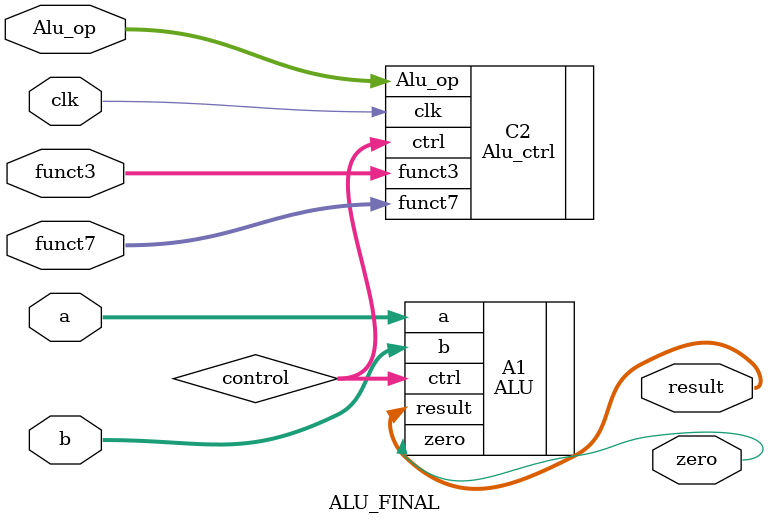
<source format=sv>
`timescale 1ns / 1ps



module ALU_FINAL(
    input clk,
    input [31:0] a,
    input [31:0] b,
    input [1:0] Alu_op,
    input [6:0] funct7,
    input [2:0] funct3,
    output zero,
    output [31:0] result
    );
	 
	 reg [3:0] control;
	 
	 ALU A1(
	 .a(a),
	 .b(b),
	 .ctrl(control),
	 .zero (zero),
	 .result (result)
	 );
	 
	 Alu_ctrl C2(
	 .clk(clk),
	 .Alu_op(Alu_op),
	 .funct7(funct7),
	 .funct3(funct3),
	 .ctrl(control)
	 );


endmodule
</source>
